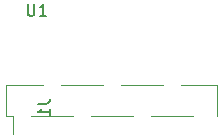
<source format=gbo>
G04 #@! TF.FileFunction,Legend,Bot*
%FSLAX46Y46*%
G04 Gerber Fmt 4.6, Leading zero omitted, Abs format (unit mm)*
G04 Created by KiCad (PCBNEW 4.0.7-e2-6376~58~ubuntu16.04.1) date Sat Jan 13 09:54:03 2018*
%MOMM*%
%LPD*%
G01*
G04 APERTURE LIST*
%ADD10C,0.100000*%
%ADD11C,0.120000*%
%ADD12C,0.150000*%
G04 APERTURE END LIST*
D10*
D11*
X139640000Y-99635000D02*
X139640000Y-102295000D01*
X157540000Y-99635000D02*
X157540000Y-102295000D01*
X141730000Y-102295000D02*
X145290000Y-102295000D01*
X146810000Y-102295000D02*
X150370000Y-102295000D01*
X151890000Y-102295000D02*
X155450000Y-102295000D01*
X139640000Y-99635000D02*
X142750000Y-99635000D01*
X140210000Y-102295000D02*
X140210000Y-103815000D01*
X139640000Y-102295000D02*
X140210000Y-102295000D01*
X156970000Y-99635000D02*
X157540000Y-99635000D01*
X144270000Y-99635000D02*
X147830000Y-99635000D01*
X149350000Y-99635000D02*
X152910000Y-99635000D01*
X154430000Y-99635000D02*
X157540000Y-99635000D01*
D12*
X142327381Y-101266667D02*
X143041667Y-101266667D01*
X143184524Y-101219047D01*
X143279762Y-101123809D01*
X143327381Y-100980952D01*
X143327381Y-100885714D01*
X143327381Y-102266667D02*
X143327381Y-101695238D01*
X143327381Y-101980952D02*
X142327381Y-101980952D01*
X142470238Y-101885714D01*
X142565476Y-101790476D01*
X142613095Y-101695238D01*
X141477995Y-92797781D02*
X141477995Y-93607305D01*
X141525614Y-93702543D01*
X141573233Y-93750162D01*
X141668471Y-93797781D01*
X141858948Y-93797781D01*
X141954186Y-93750162D01*
X142001805Y-93702543D01*
X142049424Y-93607305D01*
X142049424Y-92797781D01*
X143049424Y-93797781D02*
X142477995Y-93797781D01*
X142763709Y-93797781D02*
X142763709Y-92797781D01*
X142668471Y-92940638D01*
X142573233Y-93035876D01*
X142477995Y-93083495D01*
M02*

</source>
